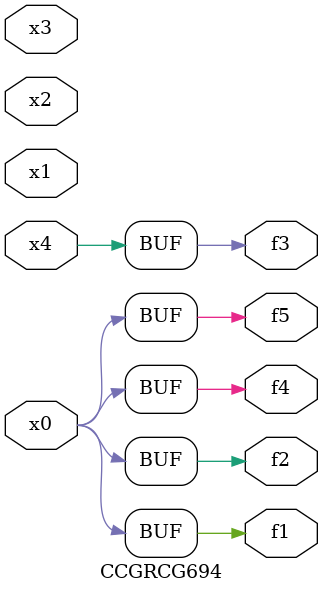
<source format=v>
module CCGRCG694(
	input x0, x1, x2, x3, x4,
	output f1, f2, f3, f4, f5
);
	assign f1 = x0;
	assign f2 = x0;
	assign f3 = x4;
	assign f4 = x0;
	assign f5 = x0;
endmodule

</source>
